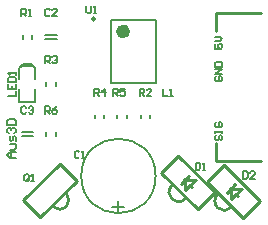
<source format=gto>
G04 Layer_Color=65535*
%FSLAX43Y43*%
%MOMM*%
G71*
G01*
G75*
%ADD14C,0.250*%
%ADD24C,0.254*%
%ADD25C,0.200*%
%ADD26C,0.600*%
%ADD27C,0.127*%
%ADD28C,0.150*%
D14*
X11725Y16755D02*
G03*
X11725Y16755I-125J0D01*
G01*
D24*
X8155Y878D02*
G03*
X9286Y2009I566J566D01*
G01*
X18228Y2655D02*
G03*
X19359Y1524I566J-566D01*
G01*
X22103Y1905D02*
G03*
X23234Y774I566J-566D01*
G01*
X5652Y1429D02*
X8728Y4505D01*
X10165Y3068D01*
X7089Y-8D02*
X10165Y3068D01*
X5652Y1429D02*
X7089Y-8D01*
X19810Y2690D02*
X19970Y2530D01*
X19263Y3237D02*
X19351Y3149D01*
X17342Y3721D02*
X18779Y5158D01*
X17342Y3721D02*
X20418Y645D01*
X21855Y2082D01*
X18779Y5158D02*
X21855Y2082D01*
X19361Y2241D02*
X19810Y2690D01*
X19361Y3139D02*
X20259D01*
X19361Y2241D02*
Y3139D01*
X19810Y2690D02*
X20259Y3139D01*
X19002Y2780D02*
X19720Y3498D01*
X23685Y1940D02*
X23845Y1780D01*
X23138Y2487D02*
X23226Y2399D01*
X21217Y2971D02*
X22654Y4408D01*
X21217Y2971D02*
X24293Y-105D01*
X25730Y1332D01*
X22654Y4408D02*
X25730Y1332D01*
X23236Y1491D02*
X23685Y1940D01*
X23236Y2389D02*
X24134D01*
X23236Y1491D02*
Y2389D01*
X23685Y1940D02*
X24134Y2389D01*
X22877Y2030D02*
X23595Y2748D01*
X22000Y17250D02*
X25750D01*
X22000Y15750D02*
Y17250D01*
Y4750D02*
Y6250D01*
Y4750D02*
X25750D01*
D25*
X16858Y3465D02*
G03*
X16858Y3465I-3150J0D01*
G01*
X13708Y295D02*
Y1311D01*
X13200Y803D02*
X14216D01*
X13100Y11300D02*
X16900D01*
X13100Y16700D02*
X16900D01*
Y11300D02*
Y16700D01*
X13100Y11300D02*
Y16700D01*
D26*
X14400Y15700D02*
G03*
X14400Y15700I-300J0D01*
G01*
D27*
X6406Y15098D02*
Y15402D01*
X5594Y15098D02*
Y15402D01*
X15594Y8348D02*
Y8652D01*
X16406Y8348D02*
Y8652D01*
X5325Y12600D02*
X5525Y12800D01*
X6475D01*
X5475Y12750D02*
X5650Y12925D01*
X6350D02*
X6500Y12775D01*
X6475Y12800D02*
X6675Y12600D01*
Y11700D02*
Y12600D01*
X5325Y11700D02*
Y12600D01*
Y9700D02*
X6675D01*
Y10800D01*
X5325Y9700D02*
Y10800D01*
X5650Y12925D02*
X6350D01*
X7594Y11098D02*
Y11402D01*
X8406Y11098D02*
Y11402D01*
X12506Y8348D02*
Y8652D01*
X11694Y8348D02*
Y8652D01*
X14406Y8348D02*
Y8652D01*
X13594Y8348D02*
Y8652D01*
X7594Y6848D02*
Y7152D01*
X8406Y6848D02*
Y7152D01*
X5524Y7178D02*
X6476D01*
X5524Y6822D02*
X6476D01*
X7524Y15428D02*
X8476D01*
X7524Y15072D02*
X8476D01*
D28*
X6150Y3100D02*
Y3500D01*
X6050Y3600D01*
X5850D01*
X5750Y3500D01*
Y3100D01*
X5850Y3000D01*
X6050D01*
X5950Y3200D02*
X6150Y3000D01*
X6050D02*
X6150Y3100D01*
X6350Y3000D02*
X6550D01*
X6450D01*
Y3600D01*
X6350Y3500D01*
X20250Y4600D02*
Y4000D01*
X20550D01*
X20650Y4100D01*
Y4500D01*
X20550Y4600D01*
X20250D01*
X20850Y4000D02*
X21050D01*
X20950D01*
Y4600D01*
X20850Y4500D01*
X24250Y3850D02*
Y3250D01*
X24550D01*
X24650Y3350D01*
Y3750D01*
X24550Y3850D01*
X24250D01*
X25250Y3250D02*
X24850D01*
X25250Y3650D01*
Y3750D01*
X25150Y3850D01*
X24950D01*
X24850Y3750D01*
X10400Y5500D02*
X10300Y5600D01*
X10100D01*
X10000Y5500D01*
Y5100D01*
X10100Y5000D01*
X10300D01*
X10400Y5100D01*
X10600Y5000D02*
X10800D01*
X10700D01*
Y5600D01*
X10600Y5500D01*
X15500Y10250D02*
Y10850D01*
X15800D01*
X15900Y10750D01*
Y10550D01*
X15800Y10450D01*
X15500D01*
X15700D02*
X15900Y10250D01*
X16500D02*
X16100D01*
X16500Y10650D01*
Y10750D01*
X16400Y10850D01*
X16200D01*
X16100Y10750D01*
X5500Y17000D02*
Y17600D01*
X5800D01*
X5900Y17500D01*
Y17300D01*
X5800Y17200D01*
X5500D01*
X5700D02*
X5900Y17000D01*
X6100D02*
X6300D01*
X6200D01*
Y17600D01*
X6100Y17500D01*
X7900D02*
X7800Y17600D01*
X7600D01*
X7500Y17500D01*
Y17100D01*
X7600Y17000D01*
X7800D01*
X7900Y17100D01*
X8500Y17000D02*
X8100D01*
X8500Y17400D01*
Y17500D01*
X8400Y17600D01*
X8200D01*
X8100Y17500D01*
X5900Y9250D02*
X5800Y9350D01*
X5600D01*
X5500Y9250D01*
Y8850D01*
X5600Y8750D01*
X5800D01*
X5900Y8850D01*
X6100Y9250D02*
X6200Y9350D01*
X6400D01*
X6500Y9250D01*
Y9150D01*
X6400Y9050D01*
X6300D01*
X6400D01*
X6500Y8950D01*
Y8850D01*
X6400Y8750D01*
X6200D01*
X6100Y8850D01*
X4400Y10250D02*
X5000D01*
Y10650D01*
X4400Y11250D02*
Y10850D01*
X5000D01*
Y11250D01*
X4700Y10850D02*
Y11050D01*
X4400Y11450D02*
X5000D01*
Y11750D01*
X4900Y11849D01*
X4500D01*
X4400Y11750D01*
Y11450D01*
X5000Y12049D02*
Y12249D01*
Y12149D01*
X4400D01*
X4500Y12049D01*
X7500Y13000D02*
Y13600D01*
X7800D01*
X7900Y13500D01*
Y13300D01*
X7800Y13200D01*
X7500D01*
X7700D02*
X7900Y13000D01*
X8100Y13500D02*
X8200Y13600D01*
X8400D01*
X8500Y13500D01*
Y13400D01*
X8400Y13300D01*
X8300D01*
X8400D01*
X8500Y13200D01*
Y13100D01*
X8400Y13000D01*
X8200D01*
X8100Y13100D01*
X11660Y10250D02*
Y10850D01*
X11960D01*
X12060Y10750D01*
Y10550D01*
X11960Y10450D01*
X11660D01*
X11860D02*
X12060Y10250D01*
X12560D02*
Y10850D01*
X12260Y10550D01*
X12660D01*
X13250Y10250D02*
Y10850D01*
X13550D01*
X13650Y10750D01*
Y10550D01*
X13550Y10450D01*
X13250D01*
X13450D02*
X13650Y10250D01*
X14250Y10850D02*
X13850D01*
Y10550D01*
X14050Y10650D01*
X14150D01*
X14250Y10550D01*
Y10350D01*
X14150Y10250D01*
X13950D01*
X13850Y10350D01*
X7500Y8750D02*
Y9350D01*
X7800D01*
X7900Y9250D01*
Y9050D01*
X7800Y8950D01*
X7500D01*
X7700D02*
X7900Y8750D01*
X8500Y9350D02*
X8300Y9250D01*
X8100Y9050D01*
Y8850D01*
X8200Y8750D01*
X8400D01*
X8500Y8850D01*
Y8950D01*
X8400Y9050D01*
X8100D01*
X11000Y17850D02*
Y17350D01*
X11100Y17250D01*
X11300D01*
X11400Y17350D01*
Y17850D01*
X11600Y17250D02*
X11800D01*
X11700D01*
Y17850D01*
X11600Y17750D01*
X17500Y10850D02*
Y10250D01*
X17900D01*
X18100D02*
X18300D01*
X18200D01*
Y10850D01*
X18100Y10750D01*
X22000Y6900D02*
X21900Y6800D01*
Y6600D01*
X22000Y6500D01*
X22100D01*
X22200Y6600D01*
Y6800D01*
X22300Y6900D01*
X22400D01*
X22500Y6800D01*
Y6600D01*
X22400Y6500D01*
X21900Y7100D02*
Y7300D01*
Y7200D01*
X22500D01*
Y7100D01*
Y7300D01*
X22000Y8000D02*
X21900Y7900D01*
Y7700D01*
X22000Y7600D01*
X22400D01*
X22500Y7700D01*
Y7900D01*
X22400Y8000D01*
X22200D01*
Y7800D01*
X22000Y11900D02*
X21900Y11800D01*
Y11600D01*
X22000Y11500D01*
X22400D01*
X22500Y11600D01*
Y11800D01*
X22400Y11900D01*
X22200D01*
Y11700D01*
X22500Y12100D02*
X21900D01*
X22500Y12500D01*
X21900D01*
Y12700D02*
X22500D01*
Y13000D01*
X22400Y13099D01*
X22000D01*
X21900Y13000D01*
Y12700D01*
Y14650D02*
Y14250D01*
X22200D01*
X22100Y14450D01*
Y14550D01*
X22200Y14650D01*
X22400D01*
X22500Y14550D01*
Y14350D01*
X22400Y14250D01*
X21900Y14850D02*
X22300D01*
X22500Y15050D01*
X22300Y15250D01*
X21900D01*
X5000Y5000D02*
X4533D01*
X4300Y5233D01*
X4533Y5467D01*
X5000D01*
X4650D01*
Y5000D01*
X4533Y5700D02*
X4883D01*
X5000Y5816D01*
Y6166D01*
X4533D01*
X5000Y6400D02*
Y6749D01*
X4883Y6866D01*
X4767Y6749D01*
Y6516D01*
X4650Y6400D01*
X4533Y6516D01*
Y6866D01*
X4417Y7099D02*
X4300Y7216D01*
Y7449D01*
X4417Y7566D01*
X4533D01*
X4650Y7449D01*
Y7333D01*
Y7449D01*
X4767Y7566D01*
X4883D01*
X5000Y7449D01*
Y7216D01*
X4883Y7099D01*
X4300Y7799D02*
X5000D01*
Y8149D01*
X4883Y8266D01*
X4417D01*
X4300Y8149D01*
Y7799D01*
M02*

</source>
